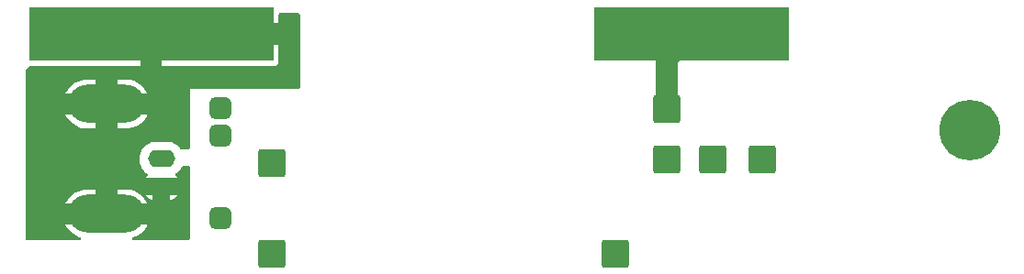
<source format=gbr>
%TF.GenerationSoftware,KiCad,Pcbnew,6.0.2+dfsg-1*%
%TF.CreationDate,2023-02-03T00:30:42+01:00*%
%TF.ProjectId,xOTA,784f5441-2e6b-4696-9361-645f70636258,rev?*%
%TF.SameCoordinates,Original*%
%TF.FileFunction,Copper,L1,Top*%
%TF.FilePolarity,Positive*%
%FSLAX46Y46*%
G04 Gerber Fmt 4.6, Leading zero omitted, Abs format (unit mm)*
G04 Created by KiCad (PCBNEW 6.0.2+dfsg-1) date 2023-02-03 00:30:42*
%MOMM*%
%LPD*%
G01*
G04 APERTURE LIST*
G04 Aperture macros list*
%AMRoundRect*
0 Rectangle with rounded corners*
0 $1 Rounding radius*
0 $2 $3 $4 $5 $6 $7 $8 $9 X,Y pos of 4 corners*
0 Add a 4 corners polygon primitive as box body*
4,1,4,$2,$3,$4,$5,$6,$7,$8,$9,$2,$3,0*
0 Add four circle primitives for the rounded corners*
1,1,$1+$1,$2,$3*
1,1,$1+$1,$4,$5*
1,1,$1+$1,$6,$7*
1,1,$1+$1,$8,$9*
0 Add four rect primitives between the rounded corners*
20,1,$1+$1,$2,$3,$4,$5,0*
20,1,$1+$1,$4,$5,$6,$7,0*
20,1,$1+$1,$6,$7,$8,$9,0*
20,1,$1+$1,$8,$9,$2,$3,0*%
G04 Aperture macros list end*
%TA.AperFunction,ComponentPad*%
%ADD10RoundRect,0.249999X-1.025001X-1.025001X1.025001X-1.025001X1.025001X1.025001X-1.025001X1.025001X0*%
%TD*%
%TA.AperFunction,SMDPad,CuDef*%
%ADD11R,22.500000X5.000000*%
%TD*%
%TA.AperFunction,ConnectorPad*%
%ADD12C,5.600000*%
%TD*%
%TA.AperFunction,ComponentPad*%
%ADD13C,3.600000*%
%TD*%
%TA.AperFunction,ComponentPad*%
%ADD14O,2.500000X1.600000*%
%TD*%
%TA.AperFunction,ComponentPad*%
%ADD15O,7.000000X3.500000*%
%TD*%
%TA.AperFunction,ComponentPad*%
%ADD16RoundRect,0.500000X-0.500000X0.500000X-0.500000X-0.500000X0.500000X-0.500000X0.500000X0.500000X0*%
%TD*%
%TA.AperFunction,SMDPad,CuDef*%
%ADD17R,18.000000X5.000000*%
%TD*%
%TA.AperFunction,ViaPad*%
%ADD18C,0.800000*%
%TD*%
%TA.AperFunction,Conductor*%
%ADD19C,2.000000*%
%TD*%
%TA.AperFunction,Conductor*%
%ADD20C,0.250000*%
%TD*%
G04 APERTURE END LIST*
D10*
%TO.P,,1,Pin_1*%
%TO.N,N/C*%
X140505400Y-89077800D03*
%TD*%
%TO.P,,1,Pin_1*%
%TO.N,N/C*%
X140512800Y-84429600D03*
%TD*%
%TO.P,,1,Pin_1*%
%TO.N,N/C*%
X144703800Y-89103200D03*
%TD*%
D11*
%TO.P,,1,Pin_1*%
%TO.N,gnd*%
X92964000Y-77470000D03*
%TD*%
D12*
%TO.P,REF\u002A\u002A,1*%
%TO.N,N/C*%
X168402000Y-86360000D03*
D13*
X168402000Y-86360000D03*
%TD*%
D10*
%TO.P,,5,x*%
%TO.N,N/C*%
X135781000Y-97794000D03*
%TD*%
D14*
%TO.P,REF\u002A\u002A,1*%
%TO.N,N/C*%
X93924800Y-89046000D03*
%TO.P,REF\u002A\u002A,2*%
%TO.N,gnd*%
X93924800Y-91586000D03*
D15*
X88844800Y-94126000D03*
X88844800Y-83966000D03*
%TD*%
D10*
%TO.P,,1,Pin_1*%
%TO.N,N/C*%
X149301200Y-89103200D03*
%TD*%
D16*
%TO.P,100pF,1*%
%TO.N,N/C*%
X99314000Y-86868000D03*
X99314000Y-84328000D03*
%TO.P,100pF,2*%
%TO.N,gnd*%
X99314000Y-94488000D03*
%TD*%
D10*
%TO.P,,5,x*%
%TO.N,gnd*%
X104081000Y-97794000D03*
%TD*%
%TO.P,,5,x*%
%TO.N,N/C*%
X104081000Y-89394000D03*
%TD*%
D17*
%TO.P,J6,1,Pin_1*%
%TO.N,N/C*%
X142748000Y-77470000D03*
%TD*%
D18*
%TO.N,gnd*%
X94996000Y-93726000D03*
X94996000Y-86360000D03*
X94996000Y-83820000D03*
X90170000Y-88900000D03*
X86360000Y-88900000D03*
X83820000Y-91440000D03*
X83820000Y-88900000D03*
X83820000Y-83820000D03*
X83820000Y-86360000D03*
X83820000Y-93980000D03*
X105410000Y-81280000D03*
X102870000Y-81280000D03*
X100330000Y-81280000D03*
X97790000Y-81280000D03*
X92710000Y-81280000D03*
X95250000Y-81280000D03*
X90170000Y-81280000D03*
X86360000Y-81280000D03*
X83820000Y-81280000D03*
X105410000Y-78740000D03*
X105410000Y-76200000D03*
%TD*%
D19*
%TO.N,*%
X142748000Y-77470000D02*
X140512800Y-79705200D01*
X140512800Y-79705200D02*
X140512800Y-84429600D01*
D20*
X142748000Y-77470000D02*
X143764000Y-77470000D01*
%TD*%
%TA.AperFunction,Conductor*%
%TO.N,gnd*%
G36*
X106622078Y-75591097D02*
G01*
X106668593Y-75644733D01*
X106680000Y-75697122D01*
X106680000Y-82424000D01*
X106659998Y-82492121D01*
X106606342Y-82538614D01*
X106554000Y-82550000D01*
X100085775Y-82550000D01*
X100053163Y-82545706D01*
X100046014Y-82543790D01*
X100046003Y-82543788D01*
X100040692Y-82542365D01*
X99941698Y-82533704D01*
X99873508Y-82527738D01*
X99873501Y-82527738D01*
X99870784Y-82527500D01*
X98757216Y-82527500D01*
X98754499Y-82527738D01*
X98754492Y-82527738D01*
X98686302Y-82533704D01*
X98587308Y-82542365D01*
X98581997Y-82543788D01*
X98581986Y-82543790D01*
X98574837Y-82545706D01*
X98542225Y-82550000D01*
X96520000Y-82550000D01*
X96520000Y-88012000D01*
X96499998Y-88080121D01*
X96446342Y-88126614D01*
X96394000Y-88138000D01*
X95762178Y-88138000D01*
X95694057Y-88117998D01*
X95666367Y-88093830D01*
X95513237Y-87914538D01*
X95510024Y-87910776D01*
X95432466Y-87844535D01*
X95322224Y-87750379D01*
X95322219Y-87750376D01*
X95318459Y-87747164D01*
X95103659Y-87615534D01*
X95099089Y-87613641D01*
X95099085Y-87613639D01*
X94875484Y-87521021D01*
X94875482Y-87521020D01*
X94870911Y-87519127D01*
X94786511Y-87498865D01*
X94630761Y-87461472D01*
X94630755Y-87461471D01*
X94625948Y-87460317D01*
X94537651Y-87453368D01*
X94440139Y-87445693D01*
X94440130Y-87445693D01*
X94437682Y-87445500D01*
X93411918Y-87445500D01*
X93409470Y-87445693D01*
X93409461Y-87445693D01*
X93311949Y-87453368D01*
X93223652Y-87460317D01*
X93218845Y-87461471D01*
X93218839Y-87461472D01*
X93063089Y-87498865D01*
X92978689Y-87519127D01*
X92974118Y-87521020D01*
X92974116Y-87521021D01*
X92750515Y-87613639D01*
X92750511Y-87613641D01*
X92745941Y-87615534D01*
X92531141Y-87747164D01*
X92527381Y-87750376D01*
X92527376Y-87750379D01*
X92417134Y-87844535D01*
X92339576Y-87910776D01*
X92336363Y-87914538D01*
X92179179Y-88098576D01*
X92179176Y-88098581D01*
X92175964Y-88102341D01*
X92044334Y-88317141D01*
X92042441Y-88321711D01*
X92042439Y-88321715D01*
X91949821Y-88545316D01*
X91947927Y-88549889D01*
X91946772Y-88554701D01*
X91899097Y-88753283D01*
X91889117Y-88794852D01*
X91869351Y-89046000D01*
X91889117Y-89297148D01*
X91890271Y-89301955D01*
X91890272Y-89301961D01*
X91917122Y-89413799D01*
X91947927Y-89542111D01*
X91949820Y-89546682D01*
X91949821Y-89546684D01*
X92042438Y-89770281D01*
X92044334Y-89774859D01*
X92175964Y-89989659D01*
X92179176Y-89993419D01*
X92179179Y-89993424D01*
X92305572Y-90141411D01*
X92339576Y-90181224D01*
X92343338Y-90184437D01*
X92527376Y-90341621D01*
X92527381Y-90341624D01*
X92531141Y-90344836D01*
X92535363Y-90347423D01*
X92535364Y-90347424D01*
X92602596Y-90388624D01*
X92650228Y-90441272D01*
X92661835Y-90511313D01*
X92633732Y-90576511D01*
X92625857Y-90585152D01*
X92472884Y-90738125D01*
X92465828Y-90746533D01*
X92448583Y-90771161D01*
X92444280Y-90783921D01*
X92453003Y-90786000D01*
X95393292Y-90786000D01*
X95406212Y-90782206D01*
X95402911Y-90773867D01*
X95383772Y-90746533D01*
X95376716Y-90738125D01*
X95223743Y-90585152D01*
X95189717Y-90522840D01*
X95194782Y-90452025D01*
X95237329Y-90395189D01*
X95247004Y-90388624D01*
X95314236Y-90347424D01*
X95314237Y-90347423D01*
X95318459Y-90344836D01*
X95322219Y-90341624D01*
X95322224Y-90341621D01*
X95506262Y-90184437D01*
X95510024Y-90181224D01*
X95544028Y-90141411D01*
X95670421Y-89993424D01*
X95670424Y-89993419D01*
X95673636Y-89989659D01*
X95805266Y-89774859D01*
X95807161Y-89770285D01*
X95807163Y-89770281D01*
X95819795Y-89739783D01*
X95864342Y-89684502D01*
X95936204Y-89662000D01*
X96394000Y-89662000D01*
X96462121Y-89682002D01*
X96508614Y-89735658D01*
X96520000Y-89788000D01*
X96520000Y-96394000D01*
X96499998Y-96462121D01*
X96446342Y-96508614D01*
X96394000Y-96520000D01*
X91330872Y-96520000D01*
X91262751Y-96499998D01*
X91216258Y-96446342D01*
X91206154Y-96376068D01*
X91235648Y-96311488D01*
X91289851Y-96274865D01*
X91467805Y-96213591D01*
X91475516Y-96210350D01*
X91736244Y-96079787D01*
X91743438Y-96075566D01*
X91984620Y-95911659D01*
X91991190Y-95906526D01*
X92208575Y-95712161D01*
X92214408Y-95706205D01*
X92404178Y-95484797D01*
X92409176Y-95478116D01*
X92567991Y-95233563D01*
X92572065Y-95226273D01*
X92611907Y-95142365D01*
X92614122Y-95128438D01*
X92610526Y-95126050D01*
X92610195Y-95126000D01*
X85087445Y-95126000D01*
X85073914Y-95129973D01*
X85073498Y-95132870D01*
X85074373Y-95135565D01*
X85165349Y-95308115D01*
X85169716Y-95315213D01*
X85338635Y-95552905D01*
X85343908Y-95559372D01*
X85542783Y-95772639D01*
X85548867Y-95778351D01*
X85774193Y-95963437D01*
X85780974Y-95968292D01*
X86028813Y-96121958D01*
X86036173Y-96125871D01*
X86302146Y-96245404D01*
X86309969Y-96248314D01*
X86393618Y-96273251D01*
X86453185Y-96311881D01*
X86482411Y-96376583D01*
X86472018Y-96446815D01*
X86425304Y-96500278D01*
X86357621Y-96520000D01*
X81530000Y-96520000D01*
X81461879Y-96499998D01*
X81415386Y-96446342D01*
X81404000Y-96394000D01*
X81404000Y-93123562D01*
X85075478Y-93123562D01*
X85079074Y-93125950D01*
X85079405Y-93126000D01*
X87826685Y-93126000D01*
X87841924Y-93121525D01*
X87843129Y-93120135D01*
X87844800Y-93112452D01*
X87844800Y-93107885D01*
X89844800Y-93107885D01*
X89849275Y-93123124D01*
X89850665Y-93124329D01*
X89858348Y-93126000D01*
X92602155Y-93126000D01*
X92615686Y-93122027D01*
X92616102Y-93119130D01*
X92615227Y-93116435D01*
X92524251Y-92943885D01*
X92519884Y-92936787D01*
X92350965Y-92699095D01*
X92345692Y-92692628D01*
X92146817Y-92479361D01*
X92140733Y-92473649D01*
X92038647Y-92389794D01*
X92443388Y-92389794D01*
X92446689Y-92398133D01*
X92465828Y-92425467D01*
X92472884Y-92433875D01*
X92626925Y-92587916D01*
X92635333Y-92594972D01*
X92813793Y-92719931D01*
X92823289Y-92725414D01*
X93020747Y-92817490D01*
X93031039Y-92821236D01*
X93107303Y-92841671D01*
X93121399Y-92841335D01*
X93124800Y-92833393D01*
X93124800Y-92828244D01*
X94724800Y-92828244D01*
X94728773Y-92841775D01*
X94737322Y-92843004D01*
X94818561Y-92821236D01*
X94828853Y-92817490D01*
X95026311Y-92725414D01*
X95035807Y-92719931D01*
X95214267Y-92594972D01*
X95222675Y-92587916D01*
X95376716Y-92433875D01*
X95383772Y-92425467D01*
X95401017Y-92400839D01*
X95405320Y-92388079D01*
X95396597Y-92386000D01*
X94742915Y-92386000D01*
X94727676Y-92390475D01*
X94726471Y-92391865D01*
X94724800Y-92399548D01*
X94724800Y-92828244D01*
X93124800Y-92828244D01*
X93124800Y-92404115D01*
X93120325Y-92388876D01*
X93118935Y-92387671D01*
X93111252Y-92386000D01*
X92456308Y-92386000D01*
X92443388Y-92389794D01*
X92038647Y-92389794D01*
X91915407Y-92288563D01*
X91908626Y-92283708D01*
X91660787Y-92130042D01*
X91653427Y-92126129D01*
X91387454Y-92006596D01*
X91379631Y-92003686D01*
X91100175Y-91920376D01*
X91092054Y-91918531D01*
X90803371Y-91872809D01*
X90796397Y-91872101D01*
X90707514Y-91868064D01*
X90704681Y-91868000D01*
X89862915Y-91868000D01*
X89847676Y-91872475D01*
X89846471Y-91873865D01*
X89844800Y-91881548D01*
X89844800Y-93107885D01*
X87844800Y-93107885D01*
X87844800Y-91886115D01*
X87840325Y-91870876D01*
X87838935Y-91869671D01*
X87831252Y-91868000D01*
X87020807Y-91868000D01*
X87016618Y-91868139D01*
X86799668Y-91882549D01*
X86791397Y-91883653D01*
X86505549Y-91941290D01*
X86497497Y-91943478D01*
X86221795Y-92038409D01*
X86214084Y-92041650D01*
X85953356Y-92172213D01*
X85946162Y-92176434D01*
X85704980Y-92340341D01*
X85698410Y-92345474D01*
X85481025Y-92539839D01*
X85475192Y-92545795D01*
X85285422Y-92767203D01*
X85280424Y-92773884D01*
X85121609Y-93018437D01*
X85117535Y-93025727D01*
X85077693Y-93109635D01*
X85075478Y-93123562D01*
X81404000Y-93123562D01*
X81404000Y-84972870D01*
X85073498Y-84972870D01*
X85074373Y-84975565D01*
X85165349Y-85148115D01*
X85169716Y-85155213D01*
X85338635Y-85392905D01*
X85343908Y-85399372D01*
X85542783Y-85612639D01*
X85548867Y-85618351D01*
X85774193Y-85803437D01*
X85780974Y-85808292D01*
X86028813Y-85961958D01*
X86036173Y-85965871D01*
X86302146Y-86085404D01*
X86309969Y-86088314D01*
X86589425Y-86171624D01*
X86597546Y-86173469D01*
X86886229Y-86219191D01*
X86893203Y-86219899D01*
X86982086Y-86223936D01*
X86984919Y-86224000D01*
X87826685Y-86224000D01*
X87841924Y-86219525D01*
X87843129Y-86218135D01*
X87844800Y-86210452D01*
X87844800Y-86205885D01*
X89844800Y-86205885D01*
X89849275Y-86221124D01*
X89850665Y-86222329D01*
X89858348Y-86224000D01*
X90668793Y-86224000D01*
X90672982Y-86223861D01*
X90889932Y-86209451D01*
X90898203Y-86208347D01*
X91184051Y-86150710D01*
X91192103Y-86148522D01*
X91467805Y-86053591D01*
X91475516Y-86050350D01*
X91736244Y-85919787D01*
X91743438Y-85915566D01*
X91984620Y-85751659D01*
X91991190Y-85746526D01*
X92208575Y-85552161D01*
X92214408Y-85546205D01*
X92404178Y-85324797D01*
X92409176Y-85318116D01*
X92567991Y-85073563D01*
X92572065Y-85066273D01*
X92611907Y-84982365D01*
X92614122Y-84968438D01*
X92610526Y-84966050D01*
X92610195Y-84966000D01*
X89862915Y-84966000D01*
X89847676Y-84970475D01*
X89846471Y-84971865D01*
X89844800Y-84979548D01*
X89844800Y-86205885D01*
X87844800Y-86205885D01*
X87844800Y-84984115D01*
X87840325Y-84968876D01*
X87838935Y-84967671D01*
X87831252Y-84966000D01*
X85087445Y-84966000D01*
X85073914Y-84969973D01*
X85073498Y-84972870D01*
X81404000Y-84972870D01*
X81404000Y-82963562D01*
X85075478Y-82963562D01*
X85079074Y-82965950D01*
X85079405Y-82966000D01*
X87826685Y-82966000D01*
X87841924Y-82961525D01*
X87843129Y-82960135D01*
X87844800Y-82952452D01*
X87844800Y-82947885D01*
X89844800Y-82947885D01*
X89849275Y-82963124D01*
X89850665Y-82964329D01*
X89858348Y-82966000D01*
X92602155Y-82966000D01*
X92615686Y-82962027D01*
X92616102Y-82959130D01*
X92615227Y-82956435D01*
X92524251Y-82783885D01*
X92519884Y-82776787D01*
X92350965Y-82539095D01*
X92345692Y-82532628D01*
X92146817Y-82319361D01*
X92140733Y-82313649D01*
X91915407Y-82128563D01*
X91908626Y-82123708D01*
X91660787Y-81970042D01*
X91653427Y-81966129D01*
X91387454Y-81846596D01*
X91379631Y-81843686D01*
X91100175Y-81760376D01*
X91092054Y-81758531D01*
X90803371Y-81712809D01*
X90796397Y-81712101D01*
X90707514Y-81708064D01*
X90704681Y-81708000D01*
X89862915Y-81708000D01*
X89847676Y-81712475D01*
X89846471Y-81713865D01*
X89844800Y-81721548D01*
X89844800Y-82947885D01*
X87844800Y-82947885D01*
X87844800Y-81726115D01*
X87840325Y-81710876D01*
X87838935Y-81709671D01*
X87831252Y-81708000D01*
X87020807Y-81708000D01*
X87016618Y-81708139D01*
X86799668Y-81722549D01*
X86791397Y-81723653D01*
X86505549Y-81781290D01*
X86497497Y-81783478D01*
X86221795Y-81878409D01*
X86214084Y-81881650D01*
X85953356Y-82012213D01*
X85946162Y-82016434D01*
X85704980Y-82180341D01*
X85698410Y-82185474D01*
X85481025Y-82379839D01*
X85475192Y-82385795D01*
X85285422Y-82607203D01*
X85280424Y-82613884D01*
X85121609Y-82858437D01*
X85117535Y-82865727D01*
X85077693Y-82949635D01*
X85075478Y-82963562D01*
X81404000Y-82963562D01*
X81404000Y-80862545D01*
X81424002Y-80794424D01*
X81460202Y-80760216D01*
X81459150Y-80758762D01*
X81506657Y-80724385D01*
X81513649Y-80719675D01*
X81563378Y-80688549D01*
X81575609Y-80676385D01*
X81590584Y-80663657D01*
X81598849Y-80657675D01*
X81598848Y-80657675D01*
X81604555Y-80653546D01*
X81609202Y-80648259D01*
X81643265Y-80609501D01*
X81649056Y-80603342D01*
X81685640Y-80566957D01*
X81685645Y-80566951D01*
X81690636Y-80561987D01*
X81699861Y-80547427D01*
X81711652Y-80531684D01*
X81721197Y-80520823D01*
X81781191Y-80482858D01*
X81815842Y-80478000D01*
X91945885Y-80478000D01*
X91961124Y-80473525D01*
X91962329Y-80472135D01*
X91964000Y-80464452D01*
X91964000Y-80459884D01*
X93964000Y-80459884D01*
X93968475Y-80475123D01*
X93969865Y-80476328D01*
X93977548Y-80477999D01*
X104258669Y-80477999D01*
X104265490Y-80477629D01*
X104316352Y-80472105D01*
X104331604Y-80468479D01*
X104452054Y-80423324D01*
X104467649Y-80414786D01*
X104569724Y-80338285D01*
X104582285Y-80325724D01*
X104658786Y-80223649D01*
X104667324Y-80208054D01*
X104712478Y-80087606D01*
X104716105Y-80072351D01*
X104721631Y-80021486D01*
X104722000Y-80014672D01*
X104722000Y-78488115D01*
X104717525Y-78472876D01*
X104716135Y-78471671D01*
X104708452Y-78470000D01*
X93982115Y-78470000D01*
X93966876Y-78474475D01*
X93965671Y-78475865D01*
X93964000Y-78483548D01*
X93964000Y-80459884D01*
X91964000Y-80459884D01*
X91964000Y-76596000D01*
X91984002Y-76527879D01*
X92037658Y-76481386D01*
X92090000Y-76470000D01*
X104703884Y-76470000D01*
X104719123Y-76465525D01*
X104720328Y-76464135D01*
X104721999Y-76456452D01*
X104721999Y-75697810D01*
X104742001Y-75629689D01*
X104795657Y-75583196D01*
X104847948Y-75571810D01*
X105511453Y-75571542D01*
X106553949Y-75571122D01*
X106622078Y-75591097D01*
G37*
%TD.AperFunction*%
%TD*%
M02*

</source>
